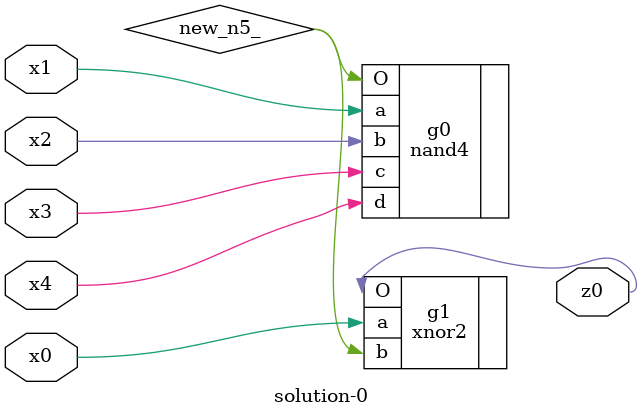
<source format=v>
module \solution-0 (
  x0, x1, x2, x3, x4,
  z0 );
  input x0, x1, x2, x3, x4;
  output z0;
  wire new_n5_;
  nand4  g0(.a(x1), .b(x2), .c(x3), .d(x4), .O(new_n5_));
  xnor2  g1(.a(x0), .b(new_n5_), .O(z0));
endmodule

</source>
